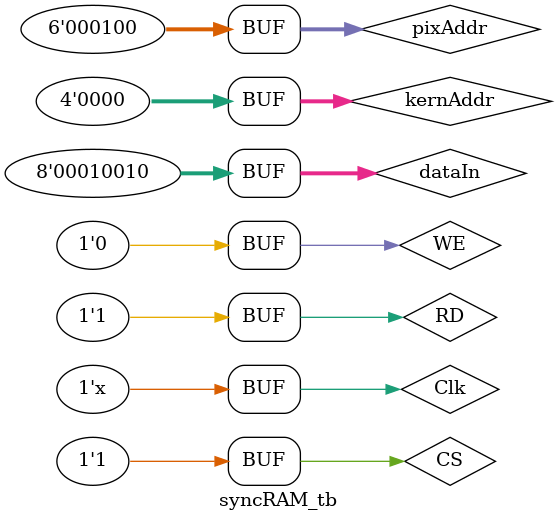
<source format=v>
`timescale 1ns / 1ps

module syncRAM_tb;


 // Inputs

 reg [7:0] dataIn;
 reg [3:0] kernAddr;
 reg [5:0] pixAddr;
 reg CS;
 reg WE;
 reg RD;
 reg Clk;


 // Outputs

 wire [7:0] dataOut;


 // Instantiate the Unit Under Test (UUT)

 syncRAM uut (
  .dataIn(dataIn), 
  .dataOut(dataOut), 
  .kernAddr(kernAddr),
  .pixAddr(pixAddr),
  .CS(CS), 
  .WE(WE), 
  .RD(RD), 
  .Clk(Clk)
  );


 initial begin

  // Initialize Inputs

  dataIn  = 8'h0;
  kernAddr  = 3'h0;
  pixAddr = 5'h0;
  CS  = 1'b0;
  WE  = 1'b0;
  RD  = 1'b0;
  Clk  = 1'b0;

  // Wait 100 ns for global reset to finish

  #100;

  // Add stimulus here

  dataIn  = 8'h0;
  kernAddr  = 3'h0;
  pixAddr = 5'h0;
  CS  = 1'b1;
  WE  = 1'b1;
  RD  = 1'b0;

  #20;

  dataIn  = 8'h0;
  kernAddr  = 3'h0;
  pixAddr = 5'h0;

  #20;

  dataIn  = 8'h1;
  kernAddr  = 3'h0;
  pixAddr = 5'h1;

  #20;

  dataIn  = 8'h10;
  kernAddr  = 3'h0;
  pixAddr = 5'h2;

  #20;

  dataIn  = 8'h6;
  kernAddr  = 3'h0;
  pixAddr = 5'h3;

  #20;

  dataIn  = 8'h12;
  kernAddr  = 3'h0;
  pixAddr = 5'h4;

  #40;

  kernAddr  = 3'h0;
  pixAddr = 5'h0;

  WE  = 1'b0;

  RD  = 1'b1;

  #20;

  kernAddr  = 3'h0;
  pixAddr = 5'h1;

  #20;

  kernAddr  = 3'h0;
  pixAddr = 5'h2;

  #20;

  kernAddr  = 3'h0;
  pixAddr = 5'h3;

  #20;

  kernAddr  = 3'h0;
  pixAddr = 5'h4;

 end

   

 always #10 Clk = ~Clk;

 initial begin
    $dumpfile("dump.vcd");
    $dumpvars(2);
  end

endmodule


</source>
